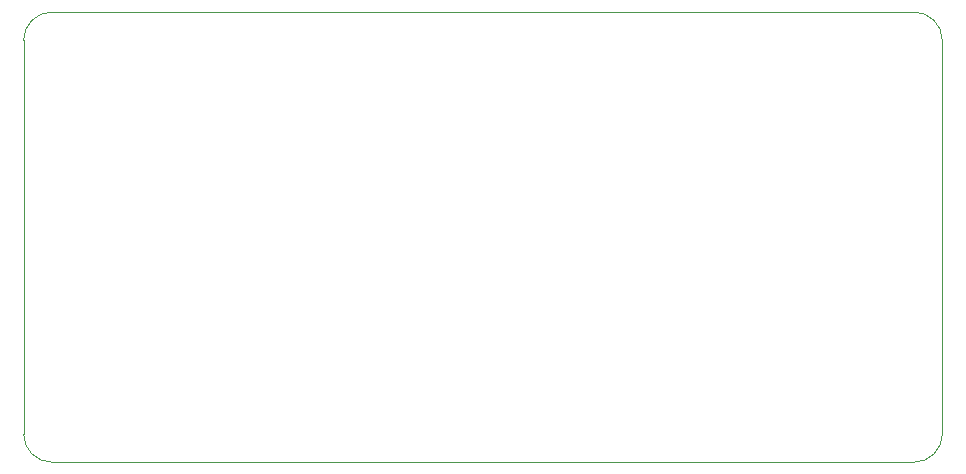
<source format=gbr>
%TF.GenerationSoftware,KiCad,Pcbnew,7.0.3*%
%TF.CreationDate,2023-05-18T14:52:35-04:00*%
%TF.ProjectId,ai03-pcb-guide,61693033-2d70-4636-922d-67756964652e,rev?*%
%TF.SameCoordinates,Original*%
%TF.FileFunction,Profile,NP*%
%FSLAX46Y46*%
G04 Gerber Fmt 4.6, Leading zero omitted, Abs format (unit mm)*
G04 Created by KiCad (PCBNEW 7.0.3) date 2023-05-18 14:52:35*
%MOMM*%
%LPD*%
G01*
G04 APERTURE LIST*
%TA.AperFunction,Profile*%
%ADD10C,0.100000*%
%TD*%
G04 APERTURE END LIST*
D10*
X117475000Y-88106250D02*
X117475000Y-54768750D01*
X42068750Y-52387500D02*
G75*
G03*
X39687500Y-54768750I0J-2381250D01*
G01*
X39687500Y-88106250D02*
X39687500Y-54768750D01*
X115093750Y-52387500D02*
X79375000Y-52387500D01*
X39687500Y-88106250D02*
G75*
G03*
X42068750Y-90487500I2381300J50D01*
G01*
X42068750Y-52387500D02*
X79375000Y-52387500D01*
X79375000Y-90487500D02*
X115093750Y-90487500D01*
X117475000Y-54768750D02*
G75*
G03*
X115093750Y-52387500I-2381300J-50D01*
G01*
X79375000Y-90487500D02*
X42068750Y-90487500D01*
X115093750Y-90487500D02*
G75*
G03*
X117475000Y-88106250I-50J2381300D01*
G01*
M02*

</source>
